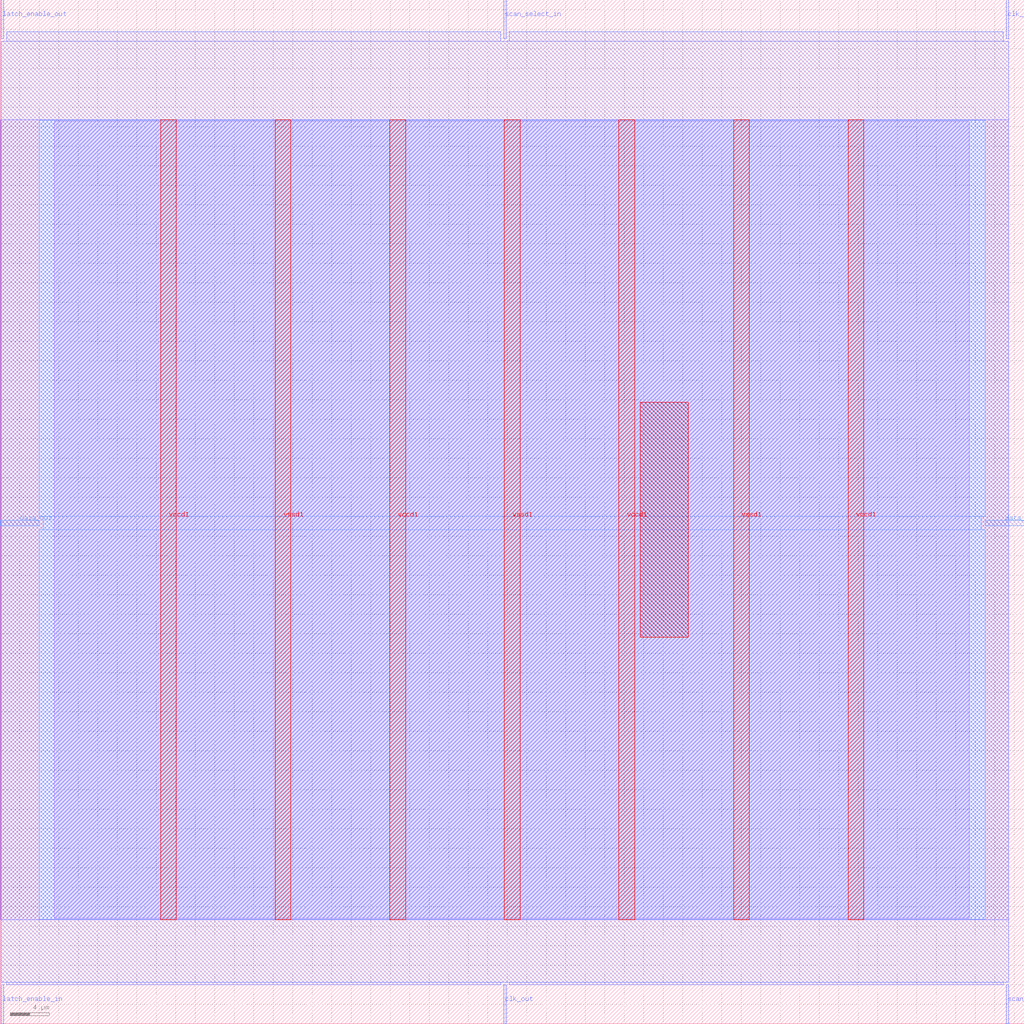
<source format=lef>
VERSION 5.7 ;
  NOWIREEXTENSIONATPIN ON ;
  DIVIDERCHAR "/" ;
  BUSBITCHARS "[]" ;
MACRO scan_wrapper_341279123277087315
  CLASS BLOCK ;
  FOREIGN scan_wrapper_341279123277087315 ;
  ORIGIN 0.000 0.000 ;
  SIZE 105.000 BY 105.000 ;
  PIN clk_in
    DIRECTION INPUT ;
    USE SIGNAL ;
    PORT
      LAYER met2 ;
        RECT 103.130 101.000 103.410 105.000 ;
    END
  END clk_in
  PIN clk_out
    DIRECTION OUTPUT TRISTATE ;
    USE SIGNAL ;
    PORT
      LAYER met2 ;
        RECT 51.610 0.000 51.890 4.000 ;
    END
  END clk_out
  PIN data_in
    DIRECTION INPUT ;
    USE SIGNAL ;
    PORT
      LAYER met3 ;
        RECT 101.000 51.040 105.000 51.640 ;
    END
  END data_in
  PIN data_out
    DIRECTION OUTPUT TRISTATE ;
    USE SIGNAL ;
    PORT
      LAYER met3 ;
        RECT 0.000 51.040 4.000 51.640 ;
    END
  END data_out
  PIN latch_enable_in
    DIRECTION INPUT ;
    USE SIGNAL ;
    PORT
      LAYER met2 ;
        RECT 0.090 0.000 0.370 4.000 ;
    END
  END latch_enable_in
  PIN latch_enable_out
    DIRECTION OUTPUT TRISTATE ;
    USE SIGNAL ;
    PORT
      LAYER met2 ;
        RECT 0.090 101.000 0.370 105.000 ;
    END
  END latch_enable_out
  PIN scan_select_in
    DIRECTION INPUT ;
    USE SIGNAL ;
    PORT
      LAYER met2 ;
        RECT 51.610 101.000 51.890 105.000 ;
    END
  END scan_select_in
  PIN scan_select_out
    DIRECTION OUTPUT TRISTATE ;
    USE SIGNAL ;
    PORT
      LAYER met2 ;
        RECT 103.130 0.000 103.410 4.000 ;
    END
  END scan_select_out
  PIN vccd1
    DIRECTION INOUT ;
    USE POWER ;
    PORT
      LAYER met4 ;
        RECT 16.465 10.640 18.065 92.720 ;
    END
    PORT
      LAYER met4 ;
        RECT 39.955 10.640 41.555 92.720 ;
    END
    PORT
      LAYER met4 ;
        RECT 63.445 10.640 65.045 92.720 ;
    END
    PORT
      LAYER met4 ;
        RECT 86.935 10.640 88.535 92.720 ;
    END
  END vccd1
  PIN vssd1
    DIRECTION INOUT ;
    USE GROUND ;
    PORT
      LAYER met4 ;
        RECT 28.210 10.640 29.810 92.720 ;
    END
    PORT
      LAYER met4 ;
        RECT 51.700 10.640 53.300 92.720 ;
    END
    PORT
      LAYER met4 ;
        RECT 75.190 10.640 76.790 92.720 ;
    END
  END vssd1
  OBS
      LAYER li1 ;
        RECT 5.520 10.795 99.360 92.565 ;
      LAYER met1 ;
        RECT 0.070 10.640 103.430 92.720 ;
      LAYER met2 ;
        RECT 0.650 100.720 51.330 101.730 ;
        RECT 52.170 100.720 102.850 101.730 ;
        RECT 0.100 4.280 103.400 100.720 ;
        RECT 0.650 4.000 51.330 4.280 ;
        RECT 52.170 4.000 102.850 4.280 ;
      LAYER met3 ;
        RECT 4.000 52.040 101.000 92.645 ;
        RECT 4.400 50.640 100.600 52.040 ;
        RECT 4.000 10.715 101.000 50.640 ;
      LAYER met4 ;
        RECT 65.615 39.615 70.545 63.745 ;
  END
END scan_wrapper_341279123277087315
END LIBRARY


</source>
